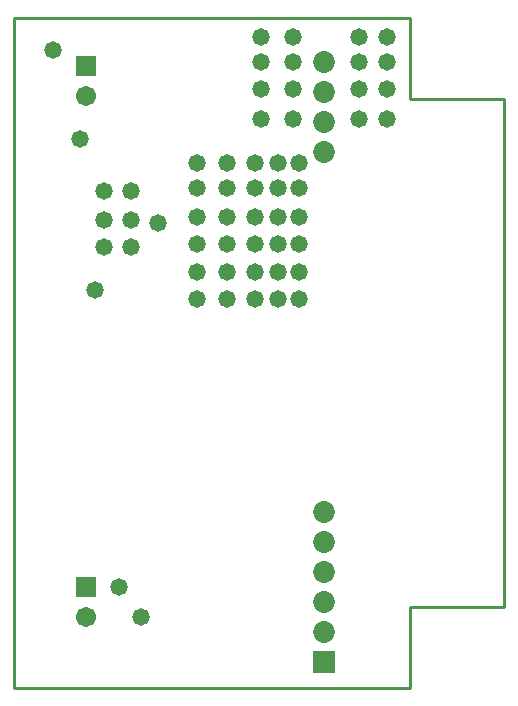
<source format=gbs>
%FSLAX44Y44*%
%MOMM*%
G71*
G01*
G75*
G04 Layer_Color=16711935*
%ADD10C,0.8500*%
%ADD11R,1.0000X1.0000*%
%ADD12C,1.6000*%
%ADD13R,1.4000X6.0000*%
%ADD14R,2.6000X1.1000*%
%ADD15R,2.5000X7.5000*%
%ADD16R,1.8000X1.7000*%
%ADD17C,0.6000*%
%ADD18C,0.2000*%
%ADD19C,0.2540*%
%ADD20C,1.6500*%
%ADD21R,1.6500X1.6500*%
%ADD22C,1.5000*%
%ADD23R,1.5000X1.5000*%
%ADD24C,1.2700*%
%ADD25C,0.0500*%
%ADD26C,0.1270*%
%ADD27C,0.1400*%
%ADD28C,2.0000*%
%ADD29R,1.2032X1.2032*%
%ADD30C,1.8032*%
%ADD31R,1.6032X6.2032*%
%ADD32R,2.8032X1.3032*%
%ADD33R,2.7032X7.7032*%
%ADD34R,2.0032X1.9032*%
%ADD35C,1.8532*%
%ADD36R,1.8532X1.8532*%
%ADD37C,1.7032*%
%ADD38R,1.7032X1.7032*%
%ADD39C,1.4732*%
D19*
X0Y0D02*
X335026D01*
Y68580D01*
X415036D01*
Y498602D01*
X335026D02*
X415036D01*
X335026D02*
Y567182D01*
X0Y0D02*
Y567182D01*
X335026D01*
D35*
X262890Y529590D02*
D03*
Y453390D02*
D03*
Y504190D02*
D03*
Y478790D02*
D03*
Y148590D02*
D03*
Y123190D02*
D03*
Y72390D02*
D03*
Y97790D02*
D03*
Y46990D02*
D03*
D36*
Y21590D02*
D03*
D37*
X60710Y59690D02*
D03*
Y500890D02*
D03*
D38*
Y85090D02*
D03*
Y526290D02*
D03*
D39*
X33270Y540000D02*
D03*
X180340Y328930D02*
D03*
Y351790D02*
D03*
X241300Y444500D02*
D03*
Y422910D02*
D03*
Y398780D02*
D03*
Y351790D02*
D03*
X204470Y444500D02*
D03*
Y422910D02*
D03*
X241300Y375920D02*
D03*
Y328930D02*
D03*
X204470Y398780D02*
D03*
X180340Y444500D02*
D03*
X204470Y375920D02*
D03*
Y351790D02*
D03*
X180340Y375920D02*
D03*
Y422910D02*
D03*
Y398780D02*
D03*
X204470Y328930D02*
D03*
X209550Y551180D02*
D03*
Y529590D02*
D03*
Y481330D02*
D03*
X236220Y551180D02*
D03*
Y529590D02*
D03*
X209550Y506730D02*
D03*
X316230Y529590D02*
D03*
Y506730D02*
D03*
Y481330D02*
D03*
Y551180D02*
D03*
X292100D02*
D03*
Y529590D02*
D03*
Y506730D02*
D03*
Y481330D02*
D03*
X236220Y506730D02*
D03*
Y481330D02*
D03*
X55880Y464820D02*
D03*
X121920Y393700D02*
D03*
X68580Y336550D02*
D03*
X154940Y375920D02*
D03*
Y351790D02*
D03*
X223520Y328930D02*
D03*
Y375920D02*
D03*
Y351790D02*
D03*
Y398780D02*
D03*
Y444500D02*
D03*
Y422910D02*
D03*
X154940Y444500D02*
D03*
Y398780D02*
D03*
Y422910D02*
D03*
Y328930D02*
D03*
X99060Y373380D02*
D03*
Y396240D02*
D03*
Y420370D02*
D03*
X76200Y373380D02*
D03*
Y396240D02*
D03*
Y420370D02*
D03*
X88900Y85090D02*
D03*
X107950Y59690D02*
D03*
M02*

</source>
